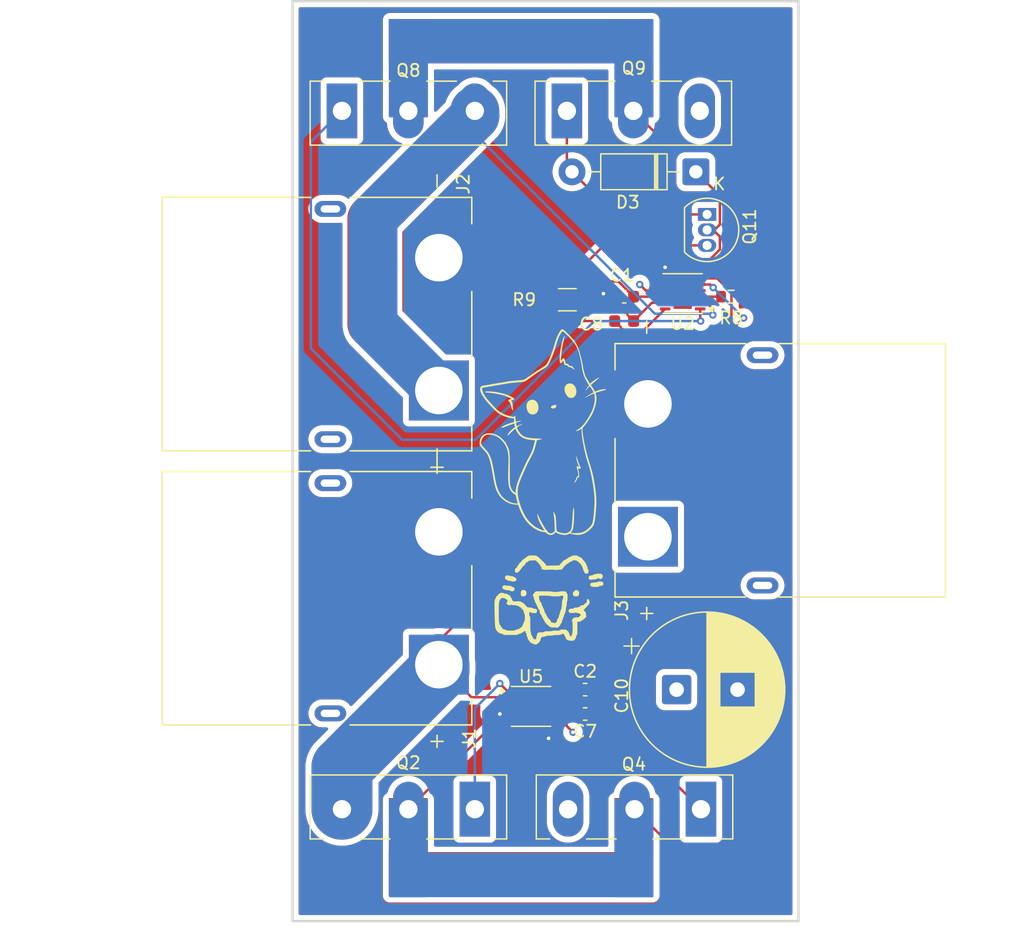
<source format=kicad_pcb>
(kicad_pcb (version 20241229) (generator "pcbnew") (generator_version "9.0")
  (layers (0 "F.Cu" signal) (4 "In1.Cu" signal) (6 "In2.Cu" signal) (2 "B.Cu" signal) (13 "F.Paste" user) (15 "B.Paste" user) (5 "F.SilkS" user "F.Silkscreen") (7 "B.SilkS" user "B.Silkscreen") (1 "F.Mask" user) (3 "B.Mask" user) (25 "Edge.Cuts" user))
  (net 0 "")
  (net 1 "Net-(U5-CAP)")
  (net 2 "Net-(Q2-D)")
  (net 3 "Net-(Q8-D)")
  (net 4 "Net-(U2-CAP)")
  (net 5 "GND")
  (net 6 "Net-(D3-A)")
  (net 7 "Net-(D3-K)")
  (net 8 "Net-(J2-POS)")
  (net 9 "Net-(J1-POS)")
  (net 12 "VBUS")
  (net 13 "Net-(Q2-G)")
  (net 14 "Net-(Q4-G)")
  (net 15 "Net-(Q8-G)")
  (net 16 "Net-(Q11-C)")
  (footprint "Capacitor_SMD:C_0603_1608Metric" (layer "F.Cu") (at 69 75 180)
    (property "Reference" "C2" (at 0 1.5 0) (layer "F.SilkS"))
    (property "Value" "100nF")
    (pad "1" smd roundrect (at -0.775 0 180) (size 0.9 0.95) (layers "F.Cu" "F.Mask" "F.Paste") (net 5 "GND"))
    (pad "2" smd roundrect (at 0.775 0 180) (size 0.9 0.95) (layers "F.Cu" "F.Mask" "F.Paste") (net 2 "Net-(Q2-D)"))
  )
  (footprint "Package_TO_SOT_THT:TO-247-3_Vertical" (layer "F.Cu") (at 59.95 84.815 180)
    (property "Reference" "Q2" (at 5.45 3.815 0) (layer "F.SilkS"))
    (property "Value" "IRFP7430PBF")
    (pad "1" thru_hole rect (at 0 0 180) (size 2.5 4.5) (drill 1.5) (layers "*.Cu" "*.Mask") (net 13 "Net-(Q2-G)"))
    (pad "2" thru_hole oval (at 5.45 0 180) (size 2.5 4.5) (drill 1.5) (layers "*.Cu" "*.Mask") (net 2 "Net-(Q2-D)"))
    (pad "3" thru_hole oval (at 10.9 0 180) (size 2.5 4.5) (drill 1.5) (layers "*.Cu" "*.Mask") (net 9 "Net-(J1-POS)"))
  )
  (footprint "Capacitor_SMD:C_0603_1608Metric" (layer "F.Cu") (at 72.2 42.75)
    (property "Reference" "C1" (hide yes))
    (property "Value" "100nF")
    (pad "1" smd roundrect (at -0.775 0) (size 0.9 0.95) (layers "F.Cu" "F.Mask" "F.Paste") (net 5 "GND"))
    (pad "2" smd roundrect (at 0.775 0) (size 0.9 0.95) (layers "F.Cu" "F.Mask" "F.Paste") (net 3 "Net-(Q8-D)"))
  )
  (footprint "Package_TO_SOT_THT:TO-247-3_Vertical" (layer "F.Cu") (at 49.05 27.5)
    (property "Reference" "Q8" (at 5.45 -3.315 0) (layer "F.SilkS"))
    (property "Value" "IRFP7430PBF")
    (pad "1" thru_hole rect (at 0 0) (size 2.5 4.5) (drill 1.5) (layers "*.Cu" "*.Mask") (net 15 "Net-(Q8-G)"))
    (pad "2" thru_hole oval (at 5.45 0) (size 2.5 4.5) (drill 1.5) (layers "*.Cu" "*.Mask") (net 3 "Net-(Q8-D)"))
    (pad "3" thru_hole oval (at 10.9 0) (size 2.5 4.5) (drill 1.5) (layers "*.Cu" "*.Mask") (net 8 "Net-(J2-POS)"))
  )
  (footprint "LOGO" (layer "F.Cu") (at 66 54)
    (property "Reference" "G***" (hide yes))
    (property "Value" "LOGO" (hide yes))
  )
  (footprint "footprints:AMASS_XT90PW-F" (layer "F.Cu") (at 48.1 67.5 -90)
    (property "Reference" "J1" (at 11.5 -11.4 90) (layer "F.SilkS"))
    (property "Value" "XT90PW-F")
    (pad "N" thru_hole circle (at -5.45 -8.9 270) (size 4.916 4.916) (drill 3.9) (layers "*.Cu" "*.Mask") (net 5 "GND"))
    (pad "NC" thru_hole oval (at -9.45 0 270) (size 1.3 2.6) (drill oval 0.6 1.6) (layers "*.Cu" "*.Mask"))
    (pad "NC" thru_hole oval (at 9.45 0 270) (size 1.3 2.6) (drill oval 0.6 1.6) (layers "*.Cu" "*.Mask"))
    (pad "P" thru_hole rect (at 5.45 -8.9 270) (size 4.916 4.916) (drill 3.9) (layers "*.Cu" "*.Mask") (net 9 "Net-(J1-POS)"))
  )
  (footprint "footprints:AMASS_XT90PW-M" (layer "F.Cu") (at 83.55 57 90)
    (property "Reference" "J3" (at -11.5 -11.55 90) (layer "F.SilkS"))
    (property "Value" "XT90PW-M")
    (pad "N" thru_hole circle (at 5.45 -9.4 90) (size 4.916 4.916) (drill 3.9) (layers "*.Cu" "*.Mask") (net 5 "GND"))
    (pad "NC" thru_hole oval (at -9.45 0 90) (size 1.3 2.6) (drill oval 0.6 1.6) (layers "*.Cu" "*.Mask"))
    (pad "NC" thru_hole oval (at 9.45 0 90) (size 1.3 2.6) (drill oval 0.6 1.6) (layers "*.Cu" "*.Mask"))
    (pad "P" thru_hole rect (at -5.45 -9.4 90) (size 4.916 4.916) (drill 3.9) (layers "*.Cu" "*.Mask") (net 12 "VBUS"))
  )
  (footprint "Capacitor_SMD:C_0603_1608Metric" (layer "F.Cu") (at 72.2 44.75 180)
    (property "Reference" "C8" (at 2.7 -0.25 0) (layer "F.SilkS"))
    (property "Value" "100nF")
    (pad "1" smd roundrect (at -0.775 0 180) (size 0.9 0.95) (layers "F.Cu" "F.Mask" "F.Paste") (net 4 "Net-(U2-CAP)"))
    (pad "2" smd roundrect (at 0.775 0 180) (size 0.9 0.95) (layers "F.Cu" "F.Mask" "F.Paste") (net 3 "Net-(Q8-D)"))
  )
  (footprint "Package_SON:WSON-12-1EP_3x3mm_P0.5mm_EP1.5x2.5mm" (layer "F.Cu") (at 64.5625 76.375)
    (property "Reference" "U5" (at 0 -2.45 0) (layer "F.SilkS"))
    (property "Value" "LM74800QDRRRQ1")
    (pad "1" smd roundrect (at -1.4375 -1.25) (size 0.875 0.25) (layers "F.Cu" "F.Mask" "F.Paste") (net 13 "Net-(Q2-G)"))
    (pad "2" smd roundrect (at -1.4375 -0.75) (size 0.875 0.25) (layers "F.Cu" "F.Mask" "F.Paste") (net 9 "Net-(J1-POS)"))
    (pad "3" smd roundrect (at -1.4375 -0.25) (size 0.875 0.25) (layers "F.Cu" "F.Mask" "F.Paste") (net 2 "Net-(Q2-D)"))
    (pad "4" smd roundrect (at -1.4375 0.25) (size 0.875 0.25) (layers "F.Cu" "F.Mask" "F.Paste") (net 2 "Net-(Q2-D)"))
    (pad "5" smd roundrect (at -1.4375 0.75) (size 0.875 0.25) (layers "F.Cu" "F.Mask" "F.Paste") (net 5 "GND"))
    (pad "6" smd roundrect (at -1.4375 1.25) (size 0.875 0.25) (layers "F.Cu" "F.Mask" "F.Paste") (net 2 "Net-(Q2-D)"))
    (pad "7" smd roundrect (at 1.4375 1.25) (size 0.875 0.25) (layers "F.Cu" "F.Mask" "F.Paste") (net 5 "GND"))
    (pad "8" smd roundrect (at 1.4375 0.75) (size 0.875 0.25) (layers "F.Cu" "F.Mask" "F.Paste") (net 14 "Net-(Q4-G)"))
    (pad "9" smd roundrect (at 1.4375 0.25) (size 0.875 0.25) (layers "F.Cu" "F.Mask" "F.Paste") (net 12 "VBUS"))
    (pad "10" smd roundrect (at 1.4375 -0.25) (size 0.875 0.25) (layers "F.Cu" "F.Mask" "F.Paste") (net 2 "Net-(Q2-D)"))
    (pad "11" smd roundrect (at 1.4375 -0.75) (size 0.875 0.25) (layers "F.Cu" "F.Mask" "F.Paste") (net 1 "Net-(U5-CAP)"))
    (pad "12" smd roundrect (at 1.4375 -1.25) (size 0.875 0.25) (layers "F.Cu" "F.Mask" "F.Paste") (net 2 "Net-(Q2-D)"))
    (pad "13" smd rect (at 0 0) (size 1.5 2.5) (property pad_prop_heatsink) (layers "F.Cu" "F.Mask"))
  )
  (footprint "footprints:AMASS_XT90PW-F" (layer "F.Cu") (at 48.1 45 -90)
    (property "Reference" "J2" (at -11.5 -10.9 90) (layer "F.SilkS"))
    (property "Value" "XT90PW-F")
    (pad "N" thru_hole circle (at -5.45 -8.9 270) (size 4.916 4.916) (drill 3.9) (layers "*.Cu" "*.Mask") (net 5 "GND"))
    (pad "NC" thru_hole oval (at -9.45 0 270) (size 1.3 2.6) (drill oval 0.6 1.6) (layers "*.Cu" "*.Mask"))
    (pad "NC" thru_hole oval (at 9.45 0 270) (size 1.3 2.6) (drill oval 0.6 1.6) (layers "*.Cu" "*.Mask"))
    (pad "P" thru_hole rect (at 5.45 -8.9 270) (size 4.916 4.916) (drill 3.9) (layers "*.Cu" "*.Mask") (net 8 "Net-(J2-POS)"))
  )
  (footprint "Package_SON:WSON-12-1EP_3x3mm_P0.5mm_EP1.5x2.5mm" (layer "F.Cu") (at 77 42.5 180)
    (property "Reference" "U2" (at 0 -2.45 0) (layer "F.SilkS"))
    (property "Value" "LM74800QDRRRQ1" (hide yes))
    (pad "1" smd roundrect (at -1.4375 -1.25 180) (size 0.875 0.25) (layers "F.Cu" "F.Mask" "F.Paste") (net 15 "Net-(Q8-G)"))
    (pad "2" smd roundrect (at -1.4375 -0.75 180) (size 0.875 0.25) (layers "F.Cu" "F.Mask" "F.Paste") (net 8 "Net-(J2-POS)"))
    (pad "3" smd roundrect (at -1.4375 -0.25 180) (size 0.875 0.25) (layers "F.Cu" "F.Mask" "F.Paste") (net 9 "Net-(J1-POS)"))
    (pad "4" smd roundrect (at -1.4375 0.25 180) (size 0.875 0.25) (layers "F.Cu" "F.Mask" "F.Paste") (net 9 "Net-(J1-POS)"))
    (pad "5" smd roundrect (at -1.4375 0.75 180) (size 0.875 0.25) (layers "F.Cu" "F.Mask" "F.Paste") (net 9 "Net-(J1-POS)"))
    (pad "6" smd roundrect (at -1.4375 1.25 180) (size 0.875 0.25) (layers "F.Cu" "F.Mask" "F.Paste") (net 3 "Net-(Q8-D)"))
    (pad "7" smd roundrect (at 1.4375 1.25 180) (size 0.875 0.25) (layers "F.Cu" "F.Mask" "F.Paste") (net 5 "GND"))
    (pad "8" smd roundrect (at 1.4375 0.75 180) (size 0.875 0.25) (layers "F.Cu" "F.Mask" "F.Paste") (net 7 "Net-(D3-K)"))
    (pad "9" smd roundrect (at 1.4375 0.25 180) (size 0.875 0.25) (layers "F.Cu" "F.Mask" "F.Paste") (net 12 "VBUS"))
    (pad "10" smd roundrect (at 1.4375 -0.25 180) (size 0.875 0.25) (layers "F.Cu" "F.Mask" "F.Paste") (net 3 "Net-(Q8-D)"))
    (pad "11" smd roundrect (at 1.4375 -0.75 180) (size 0.875 0.25) (layers "F.Cu" "F.Mask" "F.Paste") (net 4 "Net-(U2-CAP)"))
    (pad "12" smd roundrect (at 1.4375 -1.25 180) (size 0.875 0.25) (layers "F.Cu" "F.Mask" "F.Paste") (net 3 "Net-(Q8-D)"))
    (pad "13" smd rect (at 0 0 180) (size 1.5 2.5) (property pad_prop_heatsink) (layers "F.Cu" "F.Mask"))
  )
  (footprint "Resistor_SMD:R_1206_3216Metric" (layer "F.Cu") (at 67.5375 43 180)
    (property "Reference" "R9" (at 3.5375 0 0) (layer "F.SilkS"))
    (property "Value" "100")
    (pad "1" smd roundrect (at -1.4625 0 180) (size 1.125 1.75) (layers "F.Cu" "F.Mask" "F.Paste") (roundrect_rratio 0.222222) (net 4 "Net-(U2-CAP)"))
    (pad "2" smd roundrect (at 1.4625 0 180) (size 1.125 1.75) (layers "F.Cu" "F.Mask" "F.Paste") (roundrect_rratio 0.222222) (net 16 "Net-(Q11-C)"))
  )
  (footprint "Capacitor_SMD:C_0603_1608Metric" (layer "F.Cu") (at 69 77 180)
    (property "Reference" "C7" (at 0 -1.43 0) (layer "F.SilkS"))
    (property "Value" "100nF")
    (pad "1" smd roundrect (at -0.775 0 180) (size 0.9 0.95) (layers "F.Cu" "F.Mask" "F.Paste") (net 1 "Net-(U5-CAP)"))
    (pad "2" smd roundrect (at 0.775 0 180) (size 0.9 0.95) (layers "F.Cu" "F.Mask" "F.Paste") (net 2 "Net-(Q2-D)"))
  )
  (footprint "LOGO" (layer "F.Cu") (at 66 67.5)
    (property "Reference" "G***" (hide yes))
    (property "Value" "LOGO" (hide yes))
  )
  (footprint "Resistor_SMD:R_0603_1608Metric" (layer "F.Cu") (at 80.975 42.75)
    (property "Reference" "R8" (hide yes))
    (property "Value" "47k")
    (pad "1" smd roundrect (at -0.825 0) (size 0.8 0.95) (layers "F.Cu" "F.Mask" "F.Paste") (net 9 "Net-(J1-POS)"))
    (pad "2" smd roundrect (at 0.825 0) (size 0.8 0.95) (layers "F.Cu" "F.Mask" "F.Paste") (net 5 "GND"))
  )
  (footprint "Package_TO_SOT_THT:TO-247-3_Vertical" (layer "F.Cu") (at 78.5 84.815 180)
    (property "Reference" "Q4" (at 5.5 3.685 0) (layer "F.SilkS"))
    (property "Value" "IRFP7430PBF")
    (pad "1" thru_hole rect (at 0 0 180) (size 2.5 4.5) (drill 1.5) (layers "*.Cu" "*.Mask") (net 14 "Net-(Q4-G)"))
    (pad "2" thru_hole oval (at 5.45 0 180) (size 2.5 4.5) (drill 1.5) (layers "*.Cu" "*.Mask") (net 2 "Net-(Q2-D)"))
    (pad "3" thru_hole oval (at 10.9 0 180) (size 2.5 4.5) (drill 1.5) (layers "*.Cu" "*.Mask") (net 12 "VBUS"))
  )
  (footprint "Package_TO_SOT_THT:TO-92_Inline" (layer "F.Cu") (at 79 36 -90)
    (property "Reference" "Q11" (at 1 -3.5 90) (layer "F.SilkS"))
    (property "Value" "2N3904")
    (pad "1" thru_hole rect (at 0 0 270) (size 1.05 1.5) (drill 0.75) (layers "*.Cu" "*.Mask") (net 6 "Net-(D3-A)"))
    (pad "2" thru_hole oval (at 1.27 0 270) (size 1.05 1.5) (drill 0.75) (layers "*.Cu" "*.Mask") (net 7 "Net-(D3-K)"))
    (pad "3" thru_hole oval (at 2.54 0 270) (size 1.05 1.5) (drill 0.75) (layers "*.Cu" "*.Mask") (net 16 "Net-(Q11-C)"))
  )
  (footprint "Capacitor_THT:CP_Radial_D12.5mm_P5.00mm" (layer "F.Cu") (at 76.5 75)
    (property "Reference" "C10" (at -4.5 0.5 90) (layer "F.SilkS"))
    (property "Value" "1000uF")
    (pad "1" thru_hole roundrect (at 0 0) (size 2.4 2.4) (drill 1.2) (layers "*.Cu" "*.Mask") (roundrect_rratio 0.104167) (net 12 "VBUS"))
    (pad "2" thru_hole circle (at 5 0) (size 2.4 2.4) (drill 1.2) (layers "*.Cu" "*.Mask") (net 5 "GND"))
  )
  (footprint "Package_TO_SOT_THT:TO-247-3_Vertical" (layer "F.Cu") (at 67.5 27.5)
    (property "Reference" "Q9" (at 5.5 -3.5 0) (layer "F.SilkS"))
    (property "Value" "IRFP7430PBF" (hide yes))
    (pad "1" thru_hole rect (at 0 0) (size 2.5 4.5) (drill 1.5) (layers "*.Cu" "*.Mask") (net 6 "Net-(D3-A)"))
    (pad "2" thru_hole oval (at 5.45 0) (size 2.5 4.5) (drill 1.5) (layers "*.Cu" "*.Mask") (net 3 "Net-(Q8-D)"))
    (pad "3" thru_hole oval (at 10.9 0) (size 2.5 4.5) (drill 1.5) (layers "*.Cu" "*.Mask") (net 12 "VBUS"))
  )
  (footprint "Diode_THT:D_DO-41_SOD81_P10.16mm_Horizontal" (layer "F.Cu") (at 78.08 32.5 180)
    (property "Reference" "D3" (at 5.58 -2.5 0) (layer "F.SilkS"))
    (property "Value" "1N4004")
    (fp_text user "K" (at -1.92 -1 0) (layer "F.SilkS"))
    (pad "1" thru_hole roundrect (at 0 0 180) (size 2.2 2.2) (drill 1.1) (layers "*.Cu" "*.Mask") (roundrect_rratio 0.113636) (net 7 "Net-(D3-K)"))
    (pad "2" thru_hole circle (at 10.16 0 180) (size 2.2 2.2) (drill 1.1) (layers "*.Cu" "*.Mask") (net 6 "Net-(D3-A)"))
  )
  (gr_rect (start 71.5 84) (end 74.5 91.87) (stroke (width 0.2)) (fill yes) (layer "F.Cu") (net 2))
  (gr_rect (start 53 88.435) (end 74.5 91.87) (stroke (width 0.2)) (fill yes) (layer "F.Cu") (net 2))
  (gr_rect (start 71.5 20.065) (end 74.5 27.935) (stroke (width 0.2)) (fill yes) (layer "F.Cu") (net 3))
  (gr_rect (start 53 20.065) (end 74.5 23.5) (stroke (width 0.2)) (fill yes) (layer "F.Cu") (net 3))
  (gr_rect (start 53 84) (end 56 91.87) (stroke (width 0.2)) (fill yes) (layer "F.Cu") (net 2))
  (gr_rect (start 53 20.065) (end 56 27.935) (stroke (width 0.2)) (fill yes) (layer "F.Cu") (net 3))
  (gr_rect (start 53 20.065) (end 56 27.935) (stroke (width 0.2)) (fill yes) (layer "B.Cu") (net 3))
  (gr_rect (start 53 20.065) (end 74.5 23.5) (stroke (width 0.2)) (fill yes) (layer "B.Cu") (net 3))
  (gr_rect (start 53 84.065) (end 56 91.935) (stroke (width 0.2)) (fill yes) (layer "B.Cu") (net 2))
  (gr_rect (start 71.5 20.065) (end 74.5 27.935) (stroke (width 0.2)) (fill yes) (layer "B.Cu") (net 3))
  (gr_rect (start 71.5 84.065) (end 74.5 91.935) (stroke (width 0.2)) (fill yes) (layer "B.Cu") (net 2))
  (gr_rect (start 53 88.5) (end 74.5 91.935) (stroke (width 0.2)) (fill yes) (layer "B.Cu") (net 2))
  (gr_rect (start 45 18.5) (end 86.5 94) (stroke (width 0.2)) (fill no) (layer "Edge.Cuts"))
  (gr_text "C1\n" (at 72 41 0) (layer "F.SilkS") (effects (font (size 1 1))))
  (gr_text "R8\n" (at 80.975 44.5 0) (layer "F.SilkS") (effects (font (size 1 1))))
  (segment (start 69 76.225) (end 69.775 77) (width 0.2) (layer "F.Cu") (net 1))
  (segment (start 67.62489 75.625) (end 68.22489 76.225) (width 0.2) (layer "F.Cu") (net 1))
  (segment (start 68.22489 76.225) (end 69 76.225) (width 0.2) (layer "F.Cu") (net 1))
  (segment (start 66 75.625) (end 67.62489 75.625) (width 0.2) (layer "F.Cu") (net 1))
  (segment (start 70.526 76.07789) (end 70.22411 75.776) (width 0.2) (layer "F.Cu") (net 2))
  (segment (start 70.526 77.47411) (end 70.526 76.07789) (width 0.2) (layer "F.Cu") (net 2))
  (segment (start 69.001 75.776) (end 68.225 75) (width 0.2) (layer "F.Cu") (net 2))
  (segment (start 69.001 77.776) (end 70.22411 77.776) (width 0.2) (layer "F.Cu") (net 2))
  (segment (start 61.69 77.625) (end 63.125 77.625) (width 0.2) (layer "F.Cu") (net 2))
  (segment (start 70.22411 77.776) (end 70.526 77.47411) (width 0.2) (layer "F.Cu") (net 2))
  (segment (start 73.05 84.815) (end 76.735 88.5) (width 0.2) (layer "F.Cu") (net 2))
  (segment (start 61.375 76.125) (end 63.125 76.125) (width 0.2) (layer "F.Cu") (net 2))
  (segment (start 61 77) (end 61 76.5) (width 0.2) (layer "F.Cu") (net 2))
  (segment (start 81 88.5) (end 82 87.5) (width 0.2) (layer "F.Cu") (net 2))
  (segment (start 68.225 77) (end 69.001 77.776) (width 0.2) (layer "F.Cu") (net 2))
  (segment (start 54.5 84.815) (end 61.69 77.625) (width 0.2) (layer "F.Cu") (net 2))
  (segment (start 68.1 75.125) (end 68.225 75) (width 0.2) (layer "F.Cu") (net 2))
  (segment (start 70.22411 75.776) (end 69.001 75.776) (width 0.2) (layer "F.Cu") (net 2))
  (segment (start 61 76.5) (end 61.375 76.125) (width 0.2) (layer "F.Cu") (net 2))
  (segment (start 63.125 77.625) (end 61.625 77.625) (width 0.2) (layer "F.Cu") (net 2))
  (segment (start 82 82.5) (end 77.276 77.776) (width 0.2) (layer "F.Cu") (net 2))
  (segment (start 66 75.125) (end 68.1 75.125) (width 0.2) (layer "F.Cu") (net 2))
  (segment (start 77.276 77.776) (end 70.22411 77.776) (width 0.2) (layer "F.Cu") (net 2))
  (segment (start 63.125 76.125) (end 63.125 76.625) (width 0.2) (layer "F.Cu") (net 2))
  (segment (start 67.35 76.125) (end 68.225 77) (width 0.2) (layer "F.Cu") (net 2))
  (segment (start 61.625 77.625) (end 61 77) (width 0.2) (layer "F.Cu") (net 2))
  (segment (start 66 76.125) (end 67.35 76.125) (width 0.2) (layer "F.Cu") (net 2))
  (segment (start 76.735 88.5) (end 81 88.5) (width 0.2) (layer "F.Cu") (net 2))
  (segment (start 82 87.5) (end 82 82.5) (width 0.2) (layer "F.Cu") (net 2))
  (segment (start 68 42) (end 68 44.13058) (width 0.2) (layer "F.Cu") (net 3))
  (segment (start 79.5 30.5) (end 81 32) (width 0.2) (layer "F.Cu") (net 3))
  (segment (start 72.975 43.2) (end 72.975 42.75) (width 0.2) (layer "F.Cu") (net 3))
  (segment (start 78.4375 41.25) (end 79.839064 41.25) (width 0.2) (layer "F.Cu") (net 3))
  (segment (start 72.425 45.75) (end 73.5625 45.75) (width 0.2) (layer "F.Cu") (net 3))
  (segment (start 81 44.725) (end 79.975 45.75) (width 0.2) (layer "F.Cu") (net 3))
  (segment (start 72.95 27.5) (end 75.95 30.5) (width 0.2) (layer "F.Cu") (net 3))
  (segment (start 81 42.410936) (end 81 44.725) (width 0.2) (layer "F.Cu") (net 3))
  (segment (start 72.975 42.75) (end 71.725 41.5) (width 0.2) (layer "F.Cu") (net 3))
  (segment (start 72.975 42.75) (end 75.5625 42.75) (width 0.2) (layer "F.Cu") (net 3))
  (segment (start 71.725 41.5) (end 68.5 41.5) (width 0.2) (layer "F.Cu") (net 3))
  (segment (start 81 32) (end 81 42.410936) (width 0.2) (layer "F.Cu") (net 3))
  (segment (start 79.839064 41.25) (end 81 42.410936) (width 0.2) (layer "F.Cu") (net 3))
  (segment (start 71.425 44.75) (end 72.425 45.75) (width 0.2) (layer "F.Cu") (net 3))
  (segment (start 79.975 45.75) (end 73.5625 45.75) (width 0.2) (layer "F.Cu") (net 3))
  (segment (start 75.95 30.5) (end 79.5 30.5) (width 0.2) (layer "F.Cu") (net 3))
  (segment (start 68.5 41.5) (end 68 42) (width 0.2) (layer "F.Cu") (net 3))
  (segment (start 68 44.13058) (end 68.61942 44.75) (width 0.2) (layer "F.Cu") (net 3))
  (segment (start 68.61942 44.75) (end 71.425 44.75) (width 0.2) (layer "F.Cu") (net 3))
  (segment (start 73.5625 45.75) (end 75.5625 43.75) (width 0.2) (layer "F.Cu") (net 3))
  (segment (start 71.751 43.526) (end 69.526 43.526) (width 0.2) (layer "F.Cu") (net 4))
  (segment (start 71.751 43.526) (end 72.975 44.75) (width 0.2) (layer "F.Cu") (net 4))
  (segment (start 72.975 44.75) (end 74.475 43.25) (width 0.2) (layer "F.Cu") (net 4))
  (segment (start 69.4625 43.5) (end 69.4885 43.526) (width 0.2) (layer "F.Cu") (net 4))
  (segment (start 74.475 43.25) (end 75.5625 43.25) (width 0.2) (layer "F.Cu") (net 4))
  (segment (start 69.526 43.526) (end 69 43) (width 0.2) (layer "F.Cu") (net 4))
  (segment (start 63.125 77.125) (end 62.125 77.125) (width 0.2) (layer "F.Cu") (net 5))
  (segment (start 70.75 42.75) (end 70.5 42.5) (width 0.2) (layer "F.Cu") (net 5))
  (segment (start 62.125 77.125) (end 62 77) (width 0.2) (layer "F.Cu") (net 5))
  (segment (start 71.425 42.75) (end 70.75 42.75) (width 0.2) (layer "F.Cu") (net 5))
  (segment (start 75.5625 41.25) (end 75.5625 40.3375) (width 0.2) (layer "F.Cu") (net 5))
  (segment (start 66 77.625) (end 66 79) (width 0.2) (layer "F.Cu") (net 5))
  (via (at 70.5 42.5) (size 0.6) (drill 0.3) (layers "F.Cu" "B.Cu") (net 5))
  (via (at 66 79) (size 0.6) (drill 0.3) (layers "F.Cu" "B.Cu") (net 5))
  (via (at 62 77) (size 0.6) (drill 0.3) (layers "F.Cu" "B.Cu") (net 5))
  (via (at 75.5625 40.3375) (size 0.6) (drill 0.3) (layers "F.Cu" "B.Cu") (net 5))
  (segment (start 67.5 32.08) (end 67.92 32.5) (width 0.2) (layer "F.Cu") (net 6))
  (segment (start 79 36) (end 71.42 36) (width 0.2) (layer "F.Cu") (net 6))
  (segment (start 67.5 27.5) (end 67.5 32.08) (width 0.2) (layer "F.Cu") (net 6))
  (segment (start 71.42 36) (end 67.92 32.5) (width 0.2) (layer "F.Cu") (net 6))
  (segment (start 80.051 37.821) (end 80.051 38.88214) (width 0.2) (layer "F.Cu") (net 7))
  (segment (start 79.5 37.27) (end 80.051 37.821) (width 0.2) (layer "F.Cu") (net 7))
  (segment (start 80.051 34.471) (end 78.08 32.5) (width 0.2) (layer "F.Cu") (net 7))
  (segment (start 79.607 37.27) (end 80.051 36.826) (width 0.2) (layer "F.Cu") (net 7))
  (segment (start 80.051 36.826) (end 80.051 34.471) (width 0.2) (layer "F.Cu") (net 7))
  (segment (start 75.109202 41.75) (end 75.5625 41.75) (width 0.2) (layer "F.Cu") (net 7))
  (segment (start 75.313557 39.7365) (end 74.824 40.226057) (width 0.2) (layer "F.Cu") (net 7))
  (segment (start 74.824 41.464798) (end 75.109202 41.75) (width 0.2) (layer "F.Cu") (net 7))
  (segment (start 79 37.27) (end 79.5 37.27) (width 0.2) (layer "F.Cu") (net 7))
  (segment (start 80.051 38.88214) (end 79.19664 39.7365) (width 0.2) (layer "F.Cu") (net 7))
  (segment (start 74.824 40.226057) (end 74.824 41.464798) (width 0.2) (layer "F.Cu") (net 7))
  (segment (start 79.19664 39.7365) (end 75.313557 39.7365) (width 0.2) (layer "F.Cu") (net 7))
  (segment (start 79 37.27) (end 79.607 37.27) (width 0.2) (layer "F.Cu") (net 7))
  (segment (start 79.475 43.75) (end 79.475 44.25) (width 0.2) (layer "F.Cu") (net 8))
  (segment (start 78.4375 43.25) (end 78.975 43.25) (width 0.2) (layer "F.Cu") (net 8))
  (segment (start 51.5 44.95) (end 51.5 36.380451) (width 4) (layer "F.Cu") (net 8))
  (segment (start 57 50.45) (end 51.5 44.95) (width 4) (layer "F.Cu") (net 8))
  (segment (start 59.95 27.930451) (end 59.95 27.5) (width 4) (layer "F.Cu") (net 8))
  (segment (start 78.975 43.25) (end 79.475 43.75) (width 0.2) (layer "F.Cu") (net 8))
  (segment (start 51.5 36.380451) (end 59.95 27.930451) (width 4) (layer "F.Cu") (net 8))
  (via (at 79.475 44.25) (size 0.6) (drill 0.3) (layers "F.Cu" "B.Cu") (net 8))
  (segment (start 51.601 45.051) (end 51.601 36.279451) (width 4) (layer "B.Cu") (net 8))
  (segment (start 79.475 44.25) (end 79.374 44.149) (width 0.2) (layer "B.Cu") (net 8))
  (segment (start 57 50.45) (end 51.601 45.051) (width 4) (layer "B.Cu") (net 8))
  (segment (start 59.95 29.3829) (end 59.95 27.5) (width 0.2) (layer "B.Cu") (net 8))
  (segment (start 74.7161 44.149) (end 59.95 29.3829) (width 0.2) (layer "B.Cu") (net 8))
  (segment (start 59.95 27.930451) (end 59.95 27.5) (width 4) (layer "B.Cu") (net 8))
  (segment (start 51.601 36.279451) (end 59.95 27.930451) (width 4) (layer "B.Cu") (net 8))
  (segment (start 79.374 44.149) (end 74.7161 44.149) (width 0.2) (layer "B.Cu") (net 8))
  (segment (start 81 45.5) (end 81 55) (width 0.2) (layer "F.Cu") (net 9))
  (segment (start 78.4375 41.75) (end 78.4375 42.75) (width 0.2) (layer "F.Cu") (net 9))
  (segment (start 49.05 81.38903) (end 57 73.43903) (width 5) (layer "F.Cu") (net 9))
  (segment (start 57 71) (end 57 72.95) (width 0.2) (layer "F.Cu") (net 9))
  (segment (start 81 55) (end 79 57) (width 0.2) (layer "F.Cu") (net 9))
  (segment (start 78.4375 42.75) (end 80.15 42.75) (width 0.2) (layer "F.Cu") (net 9))
  (segment (start 79 57) (end 71 57) (width 0.2) (layer "F.Cu") (net 9))
  (segment (start 49.05 84.815) (end 49.05 81.38903) (width 5) (layer "F.Cu") (net 9))
  (segment (start 82 44.5) (end 81 45.5) (width 0.2) (layer "F.Cu") (net 9))
  (segment (start 59.675 75.625) (end 57 72.95) (width 0.2) (layer "F.Cu") (net 9))
  (segment (start 57 73.43903) (end 57 72.95) (width 5) (layer "F.Cu") (net 9))
  (segment (start 71 57) (end 57 71) (width 0.2) (layer "F.Cu") (net 9))
  (segment (start 79.25 41.75) (end 79.5 42) (width 0.2) (layer "F.Cu") (net 9))
  (segment (start 78.4375 41.75) (end 79.25 41.75) (width 0.2) (layer "F.Cu") (net 9))
  (segment (start 63.125 75.625) (end 59.675 75.625) (width 0.2) (layer "F.Cu") (net 9))
  (via (at 82 44.5) (size 0.6) (drill 0.3) (layers "F.Cu" "B.Cu") (net 9))
  (via (at 79.5 42) (size 0.6) (drill 0.3) (layers "F.Cu" "B.Cu") (net 9))
  (segment (start 79.5 42) (end 82 44.5) (width 0.2) (layer "B.Cu") (net 9))
  (segment (start 57 73.43903) (end 57 72.95) (width 5) (layer "B.Cu") (net 9))
  (segment (start 49.05 84.815) (end 49.05 81.38903) (width 5) (layer "B.Cu") (net 9))
  (segment (start 49.05 81.38903) (end 57 73.43903) (width 5) (layer "B.Cu") (net 9))
  (segment (start 66.6921 76.625) (end 67.474 77.4069) (width 0.2) (layer "F.Cu") (net 12))
  (segment (start 67.474 77.4069) (end 67.474 77.974) (width 0.2) (layer "F.Cu") (net 12))
  (segment (start 66 76.625) (end 66.6921 76.625) (width 0.2) (layer "F.Cu") (net 12))
  (segment (start 73.975 42.25) (end 73.475 41.75) (width 0.2) (layer "F.Cu") (net 12))
  (segment (start 67.474 77.974) (end 68 78.5) (width 0.2) (layer "F.Cu") (net 12))
  (segment (start 75.5625 42.25) (end 73.975 42.25) (width 0.2) (layer "F.Cu") (net 12))
  (via (at 73.475 41.75) (size 0.6) (drill 0.3) (layers "F.Cu" "B.Cu") (net 12))
  (via (at 68 78.5) (size 0.6) (drill 0.3) (layers "F.Cu" "B.Cu") (net 12))
  (segment (start 63.125 75.125) (end 62.625 75.125) (width 0.2) (layer "F.Cu") (net 13))
  (segment (start 62.625 75.125) (end 62 74.5) (width 0.2) (layer "F.Cu") (net 13))
  (via (at 62 74.5) (size 0.6) (drill 0.3) (layers "F.Cu" "B.Cu") (net 13))
  (segment (start 59.95 76.55) (end 59.95 84.815) (width 0.2) (layer "B.Cu") (net 13))
  (segment (start 62 74.5) (end 59.95 76.55) (width 0.2) (layer "B.Cu") (net 13))
  (segment (start 66 77.125) (end 66.625 77.125) (width 0.2) (layer "F.Cu") (net 14))
  (segment (start 68 80) (end 73.685 80) (width 0.2) (layer "F.Cu") (net 14))
  (segment (start 67 79) (end 68 80) (width 0.2) (layer "F.Cu") (net 14))
  (segment (start 73.685 80) (end 78.5 84.815) (width 0.2) (layer "F.Cu") (net 14))
  (segment (start 67 77.5) (end 67 79) (width 0.2) (layer "F.Cu") (net 14))
  (segment (start 66.625 77.125) (end 67 77.5) (width 0.2) (layer "F.Cu") (net 14))
  (segment (start 78.4375 43.75) (end 78.4375 44.7125) (width 0.2) (layer "F.Cu") (net 15))
  (segment (start 78.4375 44.7125) (end 78.475 44.75) (width 0.2) (layer "F.Cu") (net 15))
  (via (at 78.475 44.75) (size 0.6) (drill 0.3) (layers "F.Cu" "B.Cu") (net 15))
  (segment (start 69.75 44.75) (end 60 54.5) (width 0.2) (layer "B.Cu") (net 15))
  (segment (start 54 54.5) (end 46.499 46.999) (width 0.2) (layer "B.Cu") (net 15))
  (segment (start 60 54.5) (end 54 54.5) (width 0.2) (layer "B.Cu") (net 15))
  (segment (start 46.499 46.999) (end 46.499 30.051) (width 0.2) (layer "B.Cu") (net 15))
  (segment (start 78.475 44.75) (end 69.75 44.75) (width 0.2) (layer "B.Cu") (net 15))
  (segment (start 46.499 30.051) (end 49.05 27.5) (width 0.2) (layer "B.Cu") (net 15))
  (segment (start 79 38.54) (end 70.535 38.54) (width 0.2) (layer "F.Cu") (net 16))
  (segment (start 70.535 38.54) (end 66.075 43) (width 0.2) (layer "F.Cu") (net 16))
  (zone (net 5) (net_name "GND") (layer "F.Cu") (connect_pads yes (clearance 0.5)) (min_thickness 0.25) (fill yes (thermal_gap 0.5) (thermal_bridge_width 0.5))
    (polygon (pts (xy 105 18.5) (xy 21 18.5) (xy 21 94.5) (xy 105 94.5)))
  )
  (zone (net 5) (net_name "GND") (layer "B.Cu") (connect_pads yes (clearance 0.5)) (min_thickness 0.25) (fill yes (thermal_gap 0.5) (thermal_bridge_width 0.5))
    (polygon (pts (xy 105 18.5) (xy 21 18.5) (xy 21 94.5) (xy 105 94.5)))
  )
)
</source>
